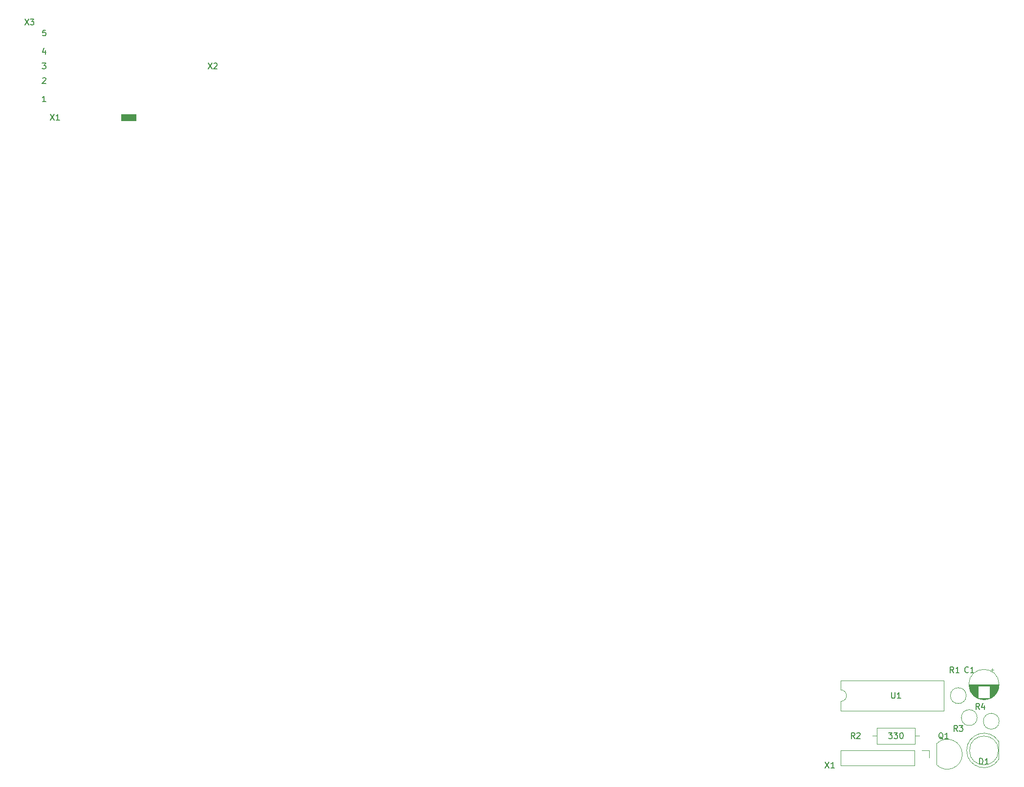
<source format=gbr>
G04 #@! TF.GenerationSoftware,KiCad,Pcbnew,(5.1.5)-3*
G04 #@! TF.CreationDate,2022-03-24T10:50:37-07:00*
G04 #@! TF.ProjectId,wiijoy,7769696a-6f79-42e6-9b69-6361645f7063,rev?*
G04 #@! TF.SameCoordinates,Original*
G04 #@! TF.FileFunction,Legend,Top*
G04 #@! TF.FilePolarity,Positive*
%FSLAX46Y46*%
G04 Gerber Fmt 4.6, Leading zero omitted, Abs format (unit mm)*
G04 Created by KiCad (PCBNEW (5.1.5)-3) date 2022-03-24 10:50:37*
%MOMM*%
%LPD*%
G04 APERTURE LIST*
%ADD10C,0.100000*%
%ADD11C,0.150000*%
%ADD12C,0.120000*%
G04 APERTURE END LIST*
D10*
G36*
X20345400Y50800D02*
G01*
X17780000Y50800D01*
X17780000Y1210000D01*
X20345400Y1210000D01*
X20345400Y50800D01*
G37*
X20345400Y50800D02*
X17780000Y50800D01*
X17780000Y1210000D01*
X20345400Y1210000D01*
X20345400Y50800D01*
D11*
X5540476Y1182619D02*
X6207142Y182619D01*
X6207142Y1182619D02*
X5540476Y182619D01*
X7111904Y182619D02*
X6540476Y182619D01*
X6826190Y182619D02*
X6826190Y1182619D01*
X6730952Y1039761D01*
X6635714Y944523D01*
X6540476Y896904D01*
X32845476Y10072619D02*
X33512142Y9072619D01*
X33512142Y10072619D02*
X32845476Y9072619D01*
X33845476Y9977380D02*
X33893095Y10025000D01*
X33988333Y10072619D01*
X34226428Y10072619D01*
X34321666Y10025000D01*
X34369285Y9977380D01*
X34416904Y9882142D01*
X34416904Y9786904D01*
X34369285Y9644047D01*
X33797857Y9072619D01*
X34416904Y9072619D01*
X1095476Y17692619D02*
X1762142Y16692619D01*
X1762142Y17692619D02*
X1095476Y16692619D01*
X2047857Y17692619D02*
X2666904Y17692619D01*
X2333571Y17311666D01*
X2476428Y17311666D01*
X2571666Y17264047D01*
X2619285Y17216428D01*
X2666904Y17121190D01*
X2666904Y16883095D01*
X2619285Y16787857D01*
X2571666Y16740238D01*
X2476428Y16692619D01*
X2190714Y16692619D01*
X2095476Y16740238D01*
X2047857Y16787857D01*
X4730714Y3357619D02*
X4159285Y3357619D01*
X4445000Y3357619D02*
X4445000Y4357619D01*
X4349761Y4214761D01*
X4254523Y4119523D01*
X4159285Y4071904D01*
X4159285Y7437380D02*
X4206904Y7485000D01*
X4302142Y7532619D01*
X4540238Y7532619D01*
X4635476Y7485000D01*
X4683095Y7437380D01*
X4730714Y7342142D01*
X4730714Y7246904D01*
X4683095Y7104047D01*
X4111666Y6532619D01*
X4730714Y6532619D01*
X4111666Y10072619D02*
X4730714Y10072619D01*
X4397380Y9691666D01*
X4540238Y9691666D01*
X4635476Y9644047D01*
X4683095Y9596428D01*
X4730714Y9501190D01*
X4730714Y9263095D01*
X4683095Y9167857D01*
X4635476Y9120238D01*
X4540238Y9072619D01*
X4254523Y9072619D01*
X4159285Y9120238D01*
X4111666Y9167857D01*
X4635476Y12279285D02*
X4635476Y11612619D01*
X4397380Y12660238D02*
X4159285Y11945952D01*
X4778333Y11945952D01*
X4683095Y15787619D02*
X4206904Y15787619D01*
X4159285Y15311428D01*
X4206904Y15359047D01*
X4302142Y15406666D01*
X4540238Y15406666D01*
X4635476Y15359047D01*
X4683095Y15311428D01*
X4730714Y15216190D01*
X4730714Y14978095D01*
X4683095Y14882857D01*
X4635476Y14835238D01*
X4540238Y14787619D01*
X4302142Y14787619D01*
X4206904Y14835238D01*
X4159285Y14882857D01*
D12*
X159045122Y-111642678D02*
G75*
G03X163483600Y-109804200I1838478J1838478D01*
G01*
X159045122Y-107965722D02*
G75*
G02X163483600Y-109804200I1838478J-1838478D01*
G01*
X159033600Y-108004200D02*
X159033600Y-111604200D01*
X168503600Y-102719200D02*
X168503600Y-102649200D01*
X169873600Y-104089200D02*
G75*
G03X169873600Y-104089200I-1370000J0D01*
G01*
X147953600Y-106629200D02*
X148723600Y-106629200D01*
X156033600Y-106629200D02*
X155263600Y-106629200D01*
X148723600Y-107999200D02*
X155263600Y-107999200D01*
X148723600Y-105259200D02*
X148723600Y-107999200D01*
X155263600Y-105259200D02*
X148723600Y-105259200D01*
X155263600Y-107999200D02*
X155263600Y-105259200D01*
X157768600Y-109109200D02*
X157768600Y-110439200D01*
X156438600Y-109109200D02*
X157768600Y-109109200D01*
X155168600Y-109109200D02*
X155168600Y-111769200D01*
X155168600Y-111769200D02*
X142408600Y-111769200D01*
X155168600Y-109109200D02*
X142408600Y-109109200D01*
X142408600Y-109109200D02*
X142408600Y-111769200D01*
X142408600Y-96994200D02*
X142408600Y-98644200D01*
X160308600Y-96994200D02*
X142408600Y-96994200D01*
X160308600Y-102294200D02*
X160308600Y-96994200D01*
X142408600Y-102294200D02*
X160308600Y-102294200D01*
X142408600Y-100644200D02*
X142408600Y-102294200D01*
X142408600Y-98644200D02*
G75*
G02X142408600Y-100644200I0J-1000000D01*
G01*
X162788600Y-98274200D02*
X162788600Y-98204200D01*
X164158600Y-99644200D02*
G75*
G03X164158600Y-99644200I-1370000J0D01*
G01*
X163323600Y-103454200D02*
X163253600Y-103454200D01*
X166063600Y-103454200D02*
G75*
G03X166063600Y-103454200I-1370000J0D01*
G01*
X169793600Y-110692229D02*
X169793600Y-107602229D01*
X169733600Y-109147229D02*
G75*
G03X169733600Y-109147229I-2500000J0D01*
G01*
X164243600Y-109147691D02*
G75*
G02X169793600Y-107602399I2990000J462D01*
G01*
X164243600Y-109146767D02*
G75*
G03X169793600Y-110692059I2990000J-462D01*
G01*
X168958600Y-95164425D02*
X168458600Y-95164425D01*
X168708600Y-94914425D02*
X168708600Y-95414425D01*
X167517600Y-100320200D02*
X166949600Y-100320200D01*
X167751600Y-100280200D02*
X166715600Y-100280200D01*
X167910600Y-100240200D02*
X166556600Y-100240200D01*
X168038600Y-100200200D02*
X166428600Y-100200200D01*
X168148600Y-100160200D02*
X166318600Y-100160200D01*
X168244600Y-100120200D02*
X166222600Y-100120200D01*
X168331600Y-100080200D02*
X166135600Y-100080200D01*
X168411600Y-100040200D02*
X166055600Y-100040200D01*
X166193600Y-100000200D02*
X165982600Y-100000200D01*
X168484600Y-100000200D02*
X168273600Y-100000200D01*
X166193600Y-99960200D02*
X165914600Y-99960200D01*
X168552600Y-99960200D02*
X168273600Y-99960200D01*
X166193600Y-99920200D02*
X165850600Y-99920200D01*
X168616600Y-99920200D02*
X168273600Y-99920200D01*
X166193600Y-99880200D02*
X165790600Y-99880200D01*
X168676600Y-99880200D02*
X168273600Y-99880200D01*
X166193600Y-99840200D02*
X165733600Y-99840200D01*
X168733600Y-99840200D02*
X168273600Y-99840200D01*
X166193600Y-99800200D02*
X165679600Y-99800200D01*
X168787600Y-99800200D02*
X168273600Y-99800200D01*
X166193600Y-99760200D02*
X165628600Y-99760200D01*
X168838600Y-99760200D02*
X168273600Y-99760200D01*
X166193600Y-99720200D02*
X165580600Y-99720200D01*
X168886600Y-99720200D02*
X168273600Y-99720200D01*
X166193600Y-99680200D02*
X165534600Y-99680200D01*
X168932600Y-99680200D02*
X168273600Y-99680200D01*
X166193600Y-99640200D02*
X165490600Y-99640200D01*
X168976600Y-99640200D02*
X168273600Y-99640200D01*
X166193600Y-99600200D02*
X165448600Y-99600200D01*
X169018600Y-99600200D02*
X168273600Y-99600200D01*
X166193600Y-99560200D02*
X165407600Y-99560200D01*
X169059600Y-99560200D02*
X168273600Y-99560200D01*
X166193600Y-99520200D02*
X165369600Y-99520200D01*
X169097600Y-99520200D02*
X168273600Y-99520200D01*
X166193600Y-99480200D02*
X165332600Y-99480200D01*
X169134600Y-99480200D02*
X168273600Y-99480200D01*
X166193600Y-99440200D02*
X165296600Y-99440200D01*
X169170600Y-99440200D02*
X168273600Y-99440200D01*
X166193600Y-99400200D02*
X165262600Y-99400200D01*
X169204600Y-99400200D02*
X168273600Y-99400200D01*
X166193600Y-99360200D02*
X165229600Y-99360200D01*
X169237600Y-99360200D02*
X168273600Y-99360200D01*
X166193600Y-99320200D02*
X165198600Y-99320200D01*
X169268600Y-99320200D02*
X168273600Y-99320200D01*
X166193600Y-99280200D02*
X165168600Y-99280200D01*
X169298600Y-99280200D02*
X168273600Y-99280200D01*
X166193600Y-99240200D02*
X165138600Y-99240200D01*
X169328600Y-99240200D02*
X168273600Y-99240200D01*
X166193600Y-99200200D02*
X165111600Y-99200200D01*
X169355600Y-99200200D02*
X168273600Y-99200200D01*
X166193600Y-99160200D02*
X165084600Y-99160200D01*
X169382600Y-99160200D02*
X168273600Y-99160200D01*
X166193600Y-99120200D02*
X165058600Y-99120200D01*
X169408600Y-99120200D02*
X168273600Y-99120200D01*
X166193600Y-99080200D02*
X165033600Y-99080200D01*
X169433600Y-99080200D02*
X168273600Y-99080200D01*
X166193600Y-99040200D02*
X165009600Y-99040200D01*
X169457600Y-99040200D02*
X168273600Y-99040200D01*
X166193600Y-99000200D02*
X164986600Y-99000200D01*
X169480600Y-99000200D02*
X168273600Y-99000200D01*
X166193600Y-98960200D02*
X164965600Y-98960200D01*
X169501600Y-98960200D02*
X168273600Y-98960200D01*
X166193600Y-98920200D02*
X164943600Y-98920200D01*
X169523600Y-98920200D02*
X168273600Y-98920200D01*
X166193600Y-98880200D02*
X164923600Y-98880200D01*
X169543600Y-98880200D02*
X168273600Y-98880200D01*
X166193600Y-98840200D02*
X164904600Y-98840200D01*
X169562600Y-98840200D02*
X168273600Y-98840200D01*
X166193600Y-98800200D02*
X164885600Y-98800200D01*
X169581600Y-98800200D02*
X168273600Y-98800200D01*
X166193600Y-98760200D02*
X164868600Y-98760200D01*
X169598600Y-98760200D02*
X168273600Y-98760200D01*
X166193600Y-98720200D02*
X164851600Y-98720200D01*
X169615600Y-98720200D02*
X168273600Y-98720200D01*
X166193600Y-98680200D02*
X164835600Y-98680200D01*
X169631600Y-98680200D02*
X168273600Y-98680200D01*
X166193600Y-98640200D02*
X164819600Y-98640200D01*
X169647600Y-98640200D02*
X168273600Y-98640200D01*
X166193600Y-98600200D02*
X164805600Y-98600200D01*
X169661600Y-98600200D02*
X168273600Y-98600200D01*
X166193600Y-98560200D02*
X164791600Y-98560200D01*
X169675600Y-98560200D02*
X168273600Y-98560200D01*
X166193600Y-98520200D02*
X164778600Y-98520200D01*
X169688600Y-98520200D02*
X168273600Y-98520200D01*
X166193600Y-98480200D02*
X164765600Y-98480200D01*
X169701600Y-98480200D02*
X168273600Y-98480200D01*
X166193600Y-98440200D02*
X164753600Y-98440200D01*
X169713600Y-98440200D02*
X168273600Y-98440200D01*
X166193600Y-98399200D02*
X164742600Y-98399200D01*
X169724600Y-98399200D02*
X168273600Y-98399200D01*
X166193600Y-98359200D02*
X164732600Y-98359200D01*
X169734600Y-98359200D02*
X168273600Y-98359200D01*
X166193600Y-98319200D02*
X164722600Y-98319200D01*
X169744600Y-98319200D02*
X168273600Y-98319200D01*
X166193600Y-98279200D02*
X164713600Y-98279200D01*
X169753600Y-98279200D02*
X168273600Y-98279200D01*
X166193600Y-98239200D02*
X164705600Y-98239200D01*
X169761600Y-98239200D02*
X168273600Y-98239200D01*
X166193600Y-98199200D02*
X164697600Y-98199200D01*
X169769600Y-98199200D02*
X168273600Y-98199200D01*
X166193600Y-98159200D02*
X164690600Y-98159200D01*
X169776600Y-98159200D02*
X168273600Y-98159200D01*
X166193600Y-98119200D02*
X164683600Y-98119200D01*
X169783600Y-98119200D02*
X168273600Y-98119200D01*
X166193600Y-98079200D02*
X164677600Y-98079200D01*
X169789600Y-98079200D02*
X168273600Y-98079200D01*
X166193600Y-98039200D02*
X164672600Y-98039200D01*
X169794600Y-98039200D02*
X168273600Y-98039200D01*
X166193600Y-97999200D02*
X164668600Y-97999200D01*
X169798600Y-97999200D02*
X168273600Y-97999200D01*
X166193600Y-97959200D02*
X164664600Y-97959200D01*
X169802600Y-97959200D02*
X168273600Y-97959200D01*
X169806600Y-97919200D02*
X164660600Y-97919200D01*
X169809600Y-97879200D02*
X164657600Y-97879200D01*
X169811600Y-97839200D02*
X164655600Y-97839200D01*
X169812600Y-97799200D02*
X164654600Y-97799200D01*
X169813600Y-97759200D02*
X164653600Y-97759200D01*
X169813600Y-97719200D02*
X164653600Y-97719200D01*
X169853600Y-97719200D02*
G75*
G03X169853600Y-97719200I-2620000J0D01*
G01*
D11*
X160153361Y-107176819D02*
X160058123Y-107129200D01*
X159962885Y-107033961D01*
X159820028Y-106891104D01*
X159724790Y-106843485D01*
X159629552Y-106843485D01*
X159677171Y-107081580D02*
X159581933Y-107033961D01*
X159486695Y-106938723D01*
X159439076Y-106748247D01*
X159439076Y-106414914D01*
X159486695Y-106224438D01*
X159581933Y-106129200D01*
X159677171Y-106081580D01*
X159867647Y-106081580D01*
X159962885Y-106129200D01*
X160058123Y-106224438D01*
X160105742Y-106414914D01*
X160105742Y-106748247D01*
X160058123Y-106938723D01*
X159962885Y-107033961D01*
X159867647Y-107081580D01*
X159677171Y-107081580D01*
X161058123Y-107081580D02*
X160486695Y-107081580D01*
X160772409Y-107081580D02*
X160772409Y-106081580D01*
X160677171Y-106224438D01*
X160581933Y-106319676D01*
X160486695Y-106367295D01*
X166431933Y-102001580D02*
X166098600Y-101525390D01*
X165860504Y-102001580D02*
X165860504Y-101001580D01*
X166241457Y-101001580D01*
X166336695Y-101049200D01*
X166384314Y-101096819D01*
X166431933Y-101192057D01*
X166431933Y-101334914D01*
X166384314Y-101430152D01*
X166336695Y-101477771D01*
X166241457Y-101525390D01*
X165860504Y-101525390D01*
X167289076Y-101334914D02*
X167289076Y-102001580D01*
X167050980Y-100953961D02*
X166812885Y-101668247D01*
X167431933Y-101668247D01*
X144841933Y-107081580D02*
X144508600Y-106605390D01*
X144270504Y-107081580D02*
X144270504Y-106081580D01*
X144651457Y-106081580D01*
X144746695Y-106129200D01*
X144794314Y-106176819D01*
X144841933Y-106272057D01*
X144841933Y-106414914D01*
X144794314Y-106510152D01*
X144746695Y-106557771D01*
X144651457Y-106605390D01*
X144270504Y-106605390D01*
X145222885Y-106176819D02*
X145270504Y-106129200D01*
X145365742Y-106081580D01*
X145603838Y-106081580D01*
X145699076Y-106129200D01*
X145746695Y-106176819D01*
X145794314Y-106272057D01*
X145794314Y-106367295D01*
X145746695Y-106510152D01*
X145175266Y-107081580D01*
X145794314Y-107081580D01*
X150707885Y-106081580D02*
X151326933Y-106081580D01*
X150993600Y-106462533D01*
X151136457Y-106462533D01*
X151231695Y-106510152D01*
X151279314Y-106557771D01*
X151326933Y-106653009D01*
X151326933Y-106891104D01*
X151279314Y-106986342D01*
X151231695Y-107033961D01*
X151136457Y-107081580D01*
X150850742Y-107081580D01*
X150755504Y-107033961D01*
X150707885Y-106986342D01*
X151660266Y-106081580D02*
X152279314Y-106081580D01*
X151945980Y-106462533D01*
X152088838Y-106462533D01*
X152184076Y-106510152D01*
X152231695Y-106557771D01*
X152279314Y-106653009D01*
X152279314Y-106891104D01*
X152231695Y-106986342D01*
X152184076Y-107033961D01*
X152088838Y-107081580D01*
X151803123Y-107081580D01*
X151707885Y-107033961D01*
X151660266Y-106986342D01*
X152898361Y-106081580D02*
X152993600Y-106081580D01*
X153088838Y-106129200D01*
X153136457Y-106176819D01*
X153184076Y-106272057D01*
X153231695Y-106462533D01*
X153231695Y-106700628D01*
X153184076Y-106891104D01*
X153136457Y-106986342D01*
X153088838Y-107033961D01*
X152993600Y-107081580D01*
X152898361Y-107081580D01*
X152803123Y-107033961D01*
X152755504Y-106986342D01*
X152707885Y-106891104D01*
X152660266Y-106700628D01*
X152660266Y-106462533D01*
X152707885Y-106272057D01*
X152755504Y-106176819D01*
X152803123Y-106129200D01*
X152898361Y-106081580D01*
X139754076Y-111161580D02*
X140420742Y-112161580D01*
X140420742Y-111161580D02*
X139754076Y-112161580D01*
X141325504Y-112161580D02*
X140754076Y-112161580D01*
X141039790Y-112161580D02*
X141039790Y-111161580D01*
X140944552Y-111304438D01*
X140849314Y-111399676D01*
X140754076Y-111447295D01*
X151231695Y-99096580D02*
X151231695Y-99906104D01*
X151279314Y-100001342D01*
X151326933Y-100048961D01*
X151422171Y-100096580D01*
X151612647Y-100096580D01*
X151707885Y-100048961D01*
X151755504Y-100001342D01*
X151803123Y-99906104D01*
X151803123Y-99096580D01*
X152803123Y-100096580D02*
X152231695Y-100096580D01*
X152517409Y-100096580D02*
X152517409Y-99096580D01*
X152422171Y-99239438D01*
X152326933Y-99334676D01*
X152231695Y-99382295D01*
X161986933Y-95651580D02*
X161653600Y-95175390D01*
X161415504Y-95651580D02*
X161415504Y-94651580D01*
X161796457Y-94651580D01*
X161891695Y-94699200D01*
X161939314Y-94746819D01*
X161986933Y-94842057D01*
X161986933Y-94984914D01*
X161939314Y-95080152D01*
X161891695Y-95127771D01*
X161796457Y-95175390D01*
X161415504Y-95175390D01*
X162939314Y-95651580D02*
X162367885Y-95651580D01*
X162653600Y-95651580D02*
X162653600Y-94651580D01*
X162558361Y-94794438D01*
X162463123Y-94889676D01*
X162367885Y-94937295D01*
X162621933Y-105811580D02*
X162288600Y-105335390D01*
X162050504Y-105811580D02*
X162050504Y-104811580D01*
X162431457Y-104811580D01*
X162526695Y-104859200D01*
X162574314Y-104906819D01*
X162621933Y-105002057D01*
X162621933Y-105144914D01*
X162574314Y-105240152D01*
X162526695Y-105287771D01*
X162431457Y-105335390D01*
X162050504Y-105335390D01*
X162955266Y-104811580D02*
X163574314Y-104811580D01*
X163240980Y-105192533D01*
X163383838Y-105192533D01*
X163479076Y-105240152D01*
X163526695Y-105287771D01*
X163574314Y-105383009D01*
X163574314Y-105621104D01*
X163526695Y-105716342D01*
X163479076Y-105763961D01*
X163383838Y-105811580D01*
X163098123Y-105811580D01*
X163002885Y-105763961D01*
X162955266Y-105716342D01*
X166495504Y-111526580D02*
X166495504Y-110526580D01*
X166733600Y-110526580D01*
X166876457Y-110574200D01*
X166971695Y-110669438D01*
X167019314Y-110764676D01*
X167066933Y-110955152D01*
X167066933Y-111098009D01*
X167019314Y-111288485D01*
X166971695Y-111383723D01*
X166876457Y-111478961D01*
X166733600Y-111526580D01*
X166495504Y-111526580D01*
X168019314Y-111526580D02*
X167447885Y-111526580D01*
X167733600Y-111526580D02*
X167733600Y-110526580D01*
X167638361Y-110669438D01*
X167543123Y-110764676D01*
X167447885Y-110812295D01*
X164526933Y-95556342D02*
X164479314Y-95603961D01*
X164336457Y-95651580D01*
X164241219Y-95651580D01*
X164098361Y-95603961D01*
X164003123Y-95508723D01*
X163955504Y-95413485D01*
X163907885Y-95223009D01*
X163907885Y-95080152D01*
X163955504Y-94889676D01*
X164003123Y-94794438D01*
X164098361Y-94699200D01*
X164241219Y-94651580D01*
X164336457Y-94651580D01*
X164479314Y-94699200D01*
X164526933Y-94746819D01*
X165479314Y-95651580D02*
X164907885Y-95651580D01*
X165193600Y-95651580D02*
X165193600Y-94651580D01*
X165098361Y-94794438D01*
X165003123Y-94889676D01*
X164907885Y-94937295D01*
M02*

</source>
